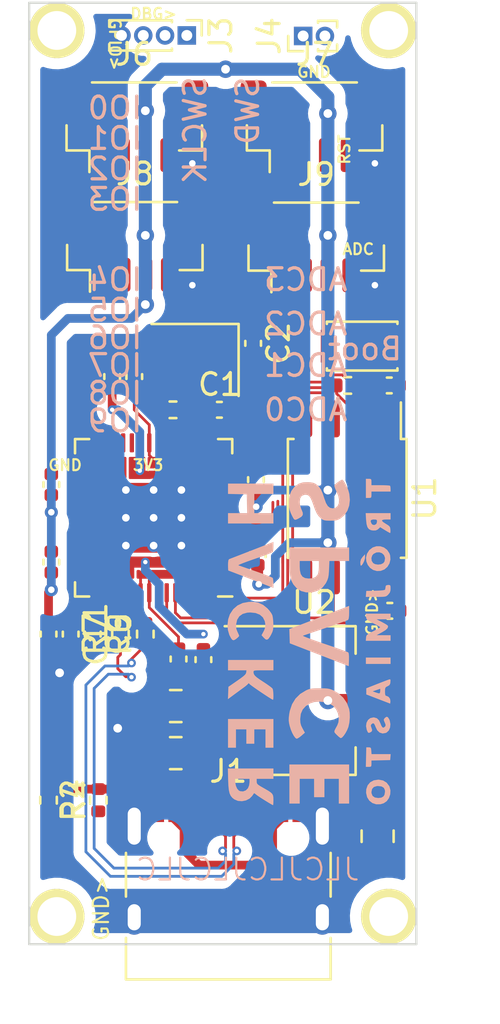
<source format=kicad_pcb>
(kicad_pcb (version 20211014) (generator pcbnew)
  (title_block (date "jeu. 02 avril 2015"))
  (layers (0 "F.Cu" signal "Górna sygnałowa") (31 "B.Cu" signal "Dolna sygnałowa") (34 "B.Paste" user "Dolna pasty") (35 "F.Paste" user "Górna pasty") (36 "B.SilkS" user "B.Silkscreen") (37 "F.SilkS" user "F.Silkscreen") (38 "B.Mask" user "Dolna sodermaski") (39 "F.Mask" user "Górna soldermaski") (44 "Edge.Cuts" user "Krawędziowa"))
  (net 0 "")
  (net 1 "GND")
  (net 5 "+3V3")
  (net 7 "/XIN")
  (net 8 "VBUS")
  (net 9 "+1V1")
  (net 10 "/~{USB_BOOT}")
  (net 11 "/USB_D+")
  (net 12 "/USB_D-")
  (net 13 "/GPIO0")
  (net 14 "/GPIO1")
  (net 15 "/GPIO4")
  (net 16 "/GPIO5")
  (net 17 "/GPIO6")
  (net 18 "/GPIO7")
  (net 19 "/GPIO8")
  (net 20 "/GPIO9")
  (net 21 "/GPIO10")
  (net 22 "/GPIO11")
  (net 23 "/GPIO12")
  (net 24 "/GPIO13")
  (net 25 "/GPIO14")
  (net 26 "/GPIO29_ADC3")
  (net 27 "/GPIO28_ADC2")
  (net 28 "/GPIO27_ADC1")
  (net 29 "/GPIO26_ADC0")
  (net 30 "/GPIO25")
  (net 31 "/GPIO24")
  (net 32 "/GPIO23")
  (net 33 "/GPIO22")
  (net 34 "/GPIO21")
  (net 35 "/GPIO20")
  (net 36 "/GPIO19")
  (net 37 "/GPIO18")
  (net 38 "/GPIO17")
  (net 39 "/RUN")
  (net 40 "/SWD")
  (net 41 "/SWCLK")
  (net 42 "/QSPI_SS")
  (net 43 "/XOUT")
  (net 44 "Net-(J1-PadA5)")
  (net 45 "/QSPI_SD1")
  (net 46 "/QSPI_SD2")
  (net 47 "/QSPI_SD0")
  (net 48 "/QSPI_SCLK")
  (net 49 "/QSPI_SD3")
  (net 50 "Net-(C2-Pad1)")
  (net 51 "Net-(J1-PadB5)")
  (net 52 "/GPIO15")
  (net 53 "/GPIO16")
  (net 54 "Net-(R6-Pad2)")
  (net 55 "Net-(R7-Pad2)")
  (net 58 "/GPIO3")
  (net 59 "/GPIO2")
  (footprint "Socket_Arduino_Nano:1pin_Nano" (layer "F.Cu") (at 139.446 68.707)
    (fp_text reference "P3" hide)
    (fp_text value "CONN_01X01" hide)
  )
  (footprint "Socket_Arduino_Nano:1pin_Nano" (layer "F.Cu") (at 139.446 109.347)
    (fp_text reference "P4" hide)
    (fp_text value "CONN_01X01" hide)
  )
  (footprint "Socket_Arduino_Nano:1pin_Nano" (layer "F.Cu") (at 154.686 109.347)
    (fp_text reference "P5" hide)
    (fp_text value "CONN_01X01" hide)
  )
  (footprint "Socket_Arduino_Nano:1pin_Nano" (layer "F.Cu") (at 154.686 68.707)
    (fp_text reference "P6" hide)
    (fp_text value "CONN_01X01" hide)
  )
  (footprint "Capacitor_SMD:C_0402_1005Metric" (layer "F.Cu") (at 148.675 92.75 90)
    (fp_text reference "C15" hide)
    (fp_text value "100n")
  )
  (footprint "Button_Switch_SMD:SW_SPST_CK_KXT3" (layer "F.Cu") (at 153.4668 83.185 180)
    (fp_text reference "SW1" hide)
    (fp_text value "Boot")
  )
  (footprint "Capacitor_SMD:C_0402_1005Metric" (layer "F.Cu") (at 145.034 97.536 -90)
    (fp_text reference "C16" hide)
    (fp_text value "100n")
  )
  (footprint "Capacitor_SMD:C_0402_1005Metric" (layer "F.Cu") (at 148.461 83.058 -90)
    (fp_text reference "C2")
    (fp_text value "27p")
  )
  (footprint "Connector_PinHeader_1.00mm:PinHeader_1x02_P1.00mm_Vertical" (layer "F.Cu") (at 150.757 68.961 90)
    (fp_text reference "J4")
    (fp_text value "LED")
  )
  (footprint "Capacitor_SMD:C_0402_1005Metric" (layer "F.Cu") (at 146.911 86.106)
    (fp_text reference "C1")
    (fp_text value "27p")
  )
  (footprint "Resistor_SMD:R_0402_1005Metric" (layer "F.Cu") (at 144.78 86.106)
    (fp_text reference "R5" hide)
    (fp_text value "1k")
  )
  (footprint "Capacitor_SMD:C_0402_1005Metric" (layer "F.Cu") (at 141.097 96.393 -90)
    (fp_text reference "C9")
    (fp_text value "1u")
  )
  (footprint "Connector_JST:JST_SH_BM04B-SRSS-TB_1x04-1MP_P1.00mm_Vertical" (layer "F.Cu") (at 151.3586 78.613)
    (fp_text reference "J9")
    (fp_text value "CONN_01x04")
  )
  (footprint "Capacitor_SMD:C_0402_1005Metric" (layer "F.Cu") (at 139.192 89.535 90)
    (fp_text reference "C12" hide)
    (fp_text value "100n")
  )
  (footprint "Capacitor_SMD:C_0402_1005Metric" (layer "F.Cu") (at 139.192 93.091 90)
    (fp_text reference "C10" hide)
    (fp_text value "100n")
  )
  (footprint "Connector_JST:JST_SH_BM04B-SRSS-TB_1x04-1MP_P1.00mm_Vertical" (layer "F.Cu") (at 143.002 73.1012)
    (property "Reference" "J6")
    (property "Value" "CONN_01x04")
    (fp_text reference "J6")
    (fp_text value "CONN_01x04")
  )
  (footprint "Capacitor_SMD:C_0402_1005Metric" (layer "F.Cu") (at 154.7114 84.9884)
    (fp_text reference "R1" hide)
    (fp_text value "1k")
  )
  (footprint "Connector_USB:USB_C_Receptacle_HRO_TYPE-C-31-M-12" (layer "F.Cu") (at 147.32 108.331)
    (property "Reference" "J1")
    (property "Value" "USB_C_Receptacle_USB2.0")
    (fp_text reference "J1")
    (fp_text value "USB_C_Receptacle_USB2.0")
  )
  (footprint "Connector_PinHeader_1.00mm:PinHeader_1x04_P1.00mm_Vertical" (layer "F.Cu") (at 145.415 68.9356 -90)
    (fp_text reference "J3")
    (fp_text value "DBG")
  )
  (footprint "Capacitor_SMD:C_0402_1005Metric" (layer "F.Cu") (at 148.59 89.309 90)
    (fp_text reference "C14" hide)
    (fp_text value "100n")
  )
  (footprint "Capacitor_SMD:C_0402_1005Metric" (layer "F.Cu") (at 140.081 96.393 -90)
    (fp_text reference "C11")
    (fp_text value "1u")
  )
  (footprint "Capacitor_SMD:C_0402_1005Metric" (layer "F.Cu") (at 139.065 96.393 -90)
    (fp_text reference "C17" hide)
    (fp_text value "100n")
  )
  (footprint "Capacitor_SMD:C_0805_2012Metric" (layer "F.Cu") (at 144.907 99.695 180)
    (fp_text reference "C6" hide)
    (fp_text value "10u")
  )
  (footprint "Resistor_SMD:R_0402_1005Metric" (layer "F.Cu") (at 143.51 96.393 90)
    (fp_text reference "R6")
    (fp_text value "27")
  )
  (footprint "LOGO" (layer "F.Cu") (at 151.003 96.774 90)
    (fp_text reference "G2" hide)
    (fp_text value "LOGO" hide)
  )
  (footprint "Connector_JST:JST_SH_BM04B-SRSS-TB_1x04-1MP_P1.00mm_Vertical" (layer "F.Cu") (at 151.2824 73.1012)
    (fp_text reference "J7")
    (fp_text value "CONN_01x04")
  )
  (footprint "Capacitor_SMD:C_0805_2012Metric" (layer "F.Cu") (at 154.178 105.664 -90)
    (fp_text reference "C5" hide)
    (fp_text value "10u")
  )
  (footprint "Resistor_SMD:R_0402_1005Metric" (layer "F.Cu") (at 152.8044 84.9884 180)
    (fp_text reference "R3" hide)
    (fp_text value "10k")
  )
  (footprint "Capacitor_SMD:C_0402_1005Metric" (layer "F.Cu") (at 141.986 84.582 90)
    (fp_text reference "C8" hide)
    (fp_text value "100n")
  )
  (footprint "Package_TO_SOT_SMD:SOT-223-3_TabPin2" (layer "F.Cu") (at 151.257 99.441)
    (fp_text reference "U2")
    (fp_text value "NCP1117-3.3_SOT223")
  )
  (footprint "Connector_JST:JST_SH_BM04B-SRSS-TB_1x04-1MP_P1.00mm_Vertical" (layer "F.Cu") (at 143.0274 78.5876)
    (fp_text reference "J8")
    (fp_text value "CONN_01x04")
  )
  (footprint "Package_SO:SOIC-8_5.23x5.23mm_P1.27mm" (layer "F.Cu") (at 152.781 90.17 -90)
    (fp_text reference "U1")
    (fp_text value "W25Q128JVS")
  )
  (footprint "Resistor_SMD:R_0402_1005Metric" (layer "F.Cu") (at 142.367 96.393 90)
    (fp_text reference "R7")
    (fp_text value "27")
  )
  (footprint "Capacitor_SMD:C_0402_1005Metric" (layer "F.Cu") (at 146.177 97.564 -90)
    (fp_text reference "C7" hide)
    (fp_text value "100n")
  )
  (footprint "RP2040:RP2040-QFN-56" (layer "F.Cu") (at 143.891 91.059 180)
    (fp_text reference "U3" hide)
    (fp_text value "RP2040")
  )
  (footprint "Resistor_SMD:R_0402_1005Metric" (layer "F.Cu") (at 139.065 104.011 -90)
    (property "Reference" "R4")
    (property "Value" "5.1k")
    (fp_text reference "R4")
    (fp_text value "5.1k")
  )
  (footprint "Capacitor_SMD:C_0402_1005Metric" (layer "F.Cu") (at 154.7368 95.3262 180)
    (fp_text reference "C4" hide)
    (fp_text value "100n")
  )
  (footprint "Crystal:Crystal_SMD_3225-4Pin_3.2x2.5mm" (layer "F.Cu") (at 145.794 83.82 180)
    (fp_text reference "XTAL1" hide)
    (fp_text value "XRCGB27M120F3M00R0")
  )
  (footprint "Capacitor_SMD:C_0805_2012Metric" (layer "F.Cu") (at 144.907 101.854 180)
    (fp_text reference "C3" hide)
    (fp_text value "10u")
  )
  (footprint "Capacitor_SMD:C_0402_1005Metric" (layer "F.Cu") (at 143.002 84.582 90)
    (fp_text reference "C13" hide)
    (fp_text value "100n")
  )
  (footprint "Resistor_SMD:R_0402_1005Metric" (layer "F.Cu") (at 141.351 104.013 90)
    (property "Reference" "R2")
    (property "Value" "5.1k")
    (fp_text reference "R2")
    (fp_text value "5.1k")
  )
  (gr_line (start 138.176 110.617) (end 155.956 110.617) (layer "Edge.Cuts") (width 0.1))
  (gr_line (start 155.956 67.437) (end 138.176 67.437) (layer "Edge.Cuts") (width 0.1))
  (gr_line (start 155.956 110.617) (end 155.956 67.437) (layer "Edge.Cuts") (width 0.1))
  (gr_line (start 138.176 67.437) (end 138.176 110.617) (layer "Edge.Cuts") (width 0.1))
  (gr_text "IO7" (at 142.113 84.074) (layer "B.SilkS") (effects (font (size 1 1)) (justify mirror)))
  (gr_text "IO9" (at 142.113 86.614) (layer "B.SilkS") (effects (font (size 1 1)) (justify mirror)))
  (gr_text "IO3" (at 142.113 76.454) (layer "B.SilkS") (effects (font (size 1 1)) (justify mirror)))
  (gr_text "IO5" (at 142.113 81.534) (layer "B.SilkS") (effects (font (size 1 1)) (justify mirror)))
  (gr_text "IO6" (at 142.113 82.804) (layer "B.SilkS") (effects (font (size 1 1)) (justify mirror)))
  (gr_text "JLCJLCJLCJLC" (at 148.209 107.188) (layer "B.SilkS") (effects (font (size 1 1) (thickness 0.1)) (justify mirror)))
  (gr_text "SWCLK" (at 145.796 73.279 90) (layer "B.SilkS") (effects (font (size 1 1)) (justify mirror)))
  (gr_text "ADC0" (at 150.876 86.106) (layer "B.SilkS") (effects (font (size 1 1)) (justify mirror)))
  (gr_text "ADC2" (at 150.876 82.169) (layer "B.SilkS") (effects (font (size 1 1)) (justify mirror)))
  (gr_text "IO4\n" (at 142.113 80.137) (layer "B.SilkS") (effects (font (size 1 1)) (justify mirror)))
  (gr_text "SWD" (at 148.209 72.39 90) (layer "B.SilkS") (effects (font (size 1 1)) (justify mirror)))
  (gr_text "ADC3" (at 150.876 80.137) (layer "B.SilkS") (effects (font (size 1 1)) (justify mirror)))
  (gr_text "ADC1" (at 150.876 84.074) (layer "B.SilkS") (effects (font (size 1 1)) (justify mirror)))
  (gr_text "IO0" (at 142.113 72.263) (layer "B.SilkS") (effects (font (size 1 1)) (justify mirror)))
  (gr_text "IO2" (at 142.113 75.057) (layer "B.SilkS") (effects (font (size 1 1)) (justify mirror)))
  (gr_text "IO8" (at 142.113 85.344) (layer "B.SilkS") (effects (font (size 1 1)) (justify mirror)))
  (gr_text "IO1" (at 142.113 73.66) (layer "B.SilkS") (effects (font (size 1 1)) (justify mirror)))
  (gr_text "GND" (at 139.827 88.646) (layer "F.SilkS") (effects (font (size 0.5 0.5) (thickness 0.1))))
  (gr_text "GND>" (at 141.478 108.966 90) (layer "F.SilkS") (effects (font (size 0.7 0.7) (thickness 0.1))))
  (gr_text "DBG>" (at 143.891 67.945) (layer "F.SilkS") (effects (font (size 0.5 0.5) (thickness 0.1))))
  (gr_text "GND" (at 151.257 70.612) (layer "F.SilkS") (effects (font (size 0.5 0.5) (thickness 0.1))))
  (gr_text "ADC" (at 153.289 78.74) (layer "F.SilkS") (effects (font (size 0.5 0.5) (thickness 0.1))))
  (gr_text "3V3" (at 143.637 88.646) (layer "F.SilkS") (effects (font (size 0.5 0.5) (thickness 0.1))))
  (gr_text "GND>" (at 153.924 95.377 90) (layer "F.SilkS") (effects (font (size 0.5 0.5) (thickness 0.1))))
  (gr_text "GPIO>" (at 142.113 69.342 270) (layer "F.SilkS") (effects (font (size 0.5 0.5) (thickness 0.1))))
  (gr_text "RST" (at 152.654 74.168 90) (layer "F.SilkS") (effects (font (size 0.5 0.5) (thickness 0.1))))
  (segment (start 139.065 96.873) (end 139.065 97.663) (width 0.4) (layer "F.Cu") (net 1))
  (segment (start 143.915 104.286) (end 143 105.201) (width 0.4) (layer "F.Cu") (net 1))
  (segment (start 142.619 103.503) (end 143.002 103.886) (width 0.4) (layer "F.Cu") (net 1))
  (segment (start 145.669 80.391) (end 145.0058 80.391) (width 0.4) (layer "F.Cu") (net 1))
  (segment (start 153.1592 74.803) (end 152.7824 74.4262) (width 0.4) (layer "F.Cu") (net 1))
  (segment (start 145.669 74.803) (end 144.8788 74.803) (width 0.4) (layer "F.Cu") (net 1))
  (segment (start 145.0058 80.391) (end 144.5274 79.9126) (width 0.4) (layer "F.Cu") (net 1))
  (segment (start 143.002 103.886) (end 143.002 105.199) (width 0.4) (layer "F.Cu") (net 1))
  (segment (start 142.875 101.854) (end 143.957 101.854) (width 0.6) (layer "F.Cu") (net 1))
  (segment (start 139.065 97.663) (end 139.573 98.171) (width 0.4) (layer "F.Cu") (net 1))
  (segment (start 142.875 99.695) (end 142.367 100.203) (width 0.6) (layer "F.Cu") (net 1))
  (segment (start 150.725 104.286) (end 151.64 105.201) (width 0.4) (layer "F.Cu") (net 1))
  (segment (start 139.065 96.873) (end 141.097 96.873) (width 0.4) (layer "F.Cu") (net 1))
  (segment (start 153.3116 80.391) (end 152.8586 79.938) (width 0.4) (layer "F.Cu") (net 1))
  (segment (start 144.8788 74.803) (end 144.502 74.4262) (width 0.4) (layer "F.Cu") (net 1))
  (segment (start 144.07 101.713) (end 143.957 101.6) (width 0.35) (layer "F.Cu") (net 1))
  (segment (start 143.957 99.695) (end 142.875 99.695) (width 0.6) (layer "F.Cu") (net 1))
  (segment (start 144.07 104.286) (end 143.915 104.286) (width 0.4) (layer "F.Cu") (net 1))
  (segment (start 142.24 100.33) (end 142.24 100.711) (width 0.6) (layer "F.Cu") (net 1))
  (segment (start 139.067 103.503) (end 139.065 103.501) (width 0.35) (layer "F.Cu") (net 1))
  (segment (start 143.002 105.199) (end 143 105.201) (width 0.35) (layer "F.Cu") (net 1))
  (segment (start 141.351 103.503) (end 139.067 103.503) (width 0.4) (layer "F.Cu") (net 1))
  (segment (start 142.24 100.711) (end 142.24 101.219) (width 0.6) (layer "F.Cu") (net 1))
  (segment (start 141.351 103.503) (end 142.619 103.503) (width 0.4) (layer "F.Cu") (net 1))
  (segment (start 142.24 101.219) (end 142.875 101.854) (width 0.6) (layer "F.Cu") (net 1))
  (segment (start 150.57 104.286) (end 150.725 104.286) (width 0.4) (layer "F.Cu") (net 1))
  (segment (start 154.051 80.391) (end 153.3116 80.391) (width 0.4) (layer "F.Cu") (net 1))
  (segment (start 142.367 100.203) (end 142.24 100.33) (width 0.6) (layer "F.Cu") (net 1))
  (segment (start 154.051 74.803) (end 153.1592 74.803) (width 0.4) (layer "F.Cu") (net 1))
  (via (at 154.051 74.803) (size 0.6) (drill 0.3) (layers "F.Cu" "B.Cu") (net 1))
  (via (at 154.051 80.391) (size 0.6) (drill 0.3) (layers "F.Cu" "B.Cu") (net 1))
  (via (at 142.24 100.711) (size 0.8) (drill 0.4) (layers "F.Cu" "B.Cu") (net 1))
  (via (at 145.669 80.391) (size 0.6) (drill 0.3) (layers "F.Cu" "B.Cu") (net 1))
  (via (at 145.669 74.803) (size 0.6) (drill 0.3) (layers "F.Cu" "B.Cu") (net 1))
  (via (at 139.573 98.171) (size 0.8) (drill 0.4) (layers "F.Cu" "B.Cu") (net 1))
  (segment (start 151.892 78.105) (end 151.892 79.9046) (width 0.4) (layer "F.Cu") (net 5))
  (segment (start 145.857 99.695) (end 147.853 99.695) (width 0.6) (layer "F.Cu") (net 5))
  (segment (start 139.065 95.913) (end 140.081 95.913) (width 0.4) (layer "F.Cu") (net 5))
  (segment (start 143.51 74.4182) (end 143.502 74.4262) (width 0.4) (layer "F.Cu") (net 5))
  (segment (start 141.691 93.812) (end 141.605 93.726) (width 0.127) (layer "F.Cu") (net 5))
  (segment (start 143.691 88.192) (end 143.891 88.392) (width 0.127) (layer "F.Cu") (net 5))
  (segment (start 147.3285 93.659) (end 146.618 93.659) (width 0.127) (layer "F.Cu") (net 5))
  (segment (start 143.51 78.105) (end 143.51 79.8952) (width 0.4) (layer "F.Cu") (net 5))
  (segment (start 143.691 87.6215) (end 143.691 86.795) (width 0.127) (layer "F.Cu") (net 5))
  (segment (start 141.291 93.793) (end 141.157 93.659) (width 0.127) (layer "F.Cu") (net 5))
  (segment (start 143.291 93.818) (end 143.383 93.726) (width 0.127) (layer "F.Cu") (net 5))
  (segment (start 148.717 93.272) (end 148.675 93.23) (width 0.4) (layer "F.Cu") (net 5))
  (segment (start 139.192 94.361) (end 139.192 93.571) (width 0.4) (layer "F.Cu") (net 5))
  (segment (start 146.701 90.059) (end 146.558 89.916) (width 0.127) (layer "F.Cu") (net 5))
  (segment (start 143.51 79.8952) (end 143.5274 79.9126) (width 0.4) (layer "F.Cu") (net 5))
  (segment (start 143.691 86.795) (end 143.002 86.106) (width 0.127) (layer "F.Cu") (net 5))
  (segment (start 139.065 94.488) (end 139.192 94.361) (width 0.4) (layer "F.Cu") (net 5))
  (segment (start 141.113 90.059) (end 141.224 90.17) (width 0.127) (layer "F.Cu") (net 5))
  (segment (start 147.98 99.06) (end 148.107 99.187) (width 0.35) (layer "F.Cu") (net 5))
  (segment (start 146.618 93.659) (end 146.558 93.599) (width 0.127) (layer "F.Cu") (net 5))
  (segment (start 143.691 93.799) (end 143.764 93.726) (width 0.127) (layer "F.Cu") (net 5))
  (segment (start 148.6 89.799) (end 148.59 89.789) (width 0.4) (layer "F.Cu") (net 5))
  (segment (start 143.891 88.392) (end 144.018 88.392) (width 0.127) (layer "F.Cu") (net 5))
  (segment (start 151.892 79.9046) (end 151.8586 79.938) (width 0.4) (layer "F.Cu") (net 5))
  (segment (start 143.291 94.4965) (end 143.291 93.818) (width 0.127) (layer "F.Cu") (net 5))
  (segment (start 143.691 95.177) (end 145.034 96.52) (width 0.127) (layer "F.Cu") (net 5))
  (segment (start 141.157 93.659) (end 140.4535 93.659) (width 0.127) (layer "F.Cu") (net 5))
  (segment (start 139.065 95.913) (end 139.065 94.488) (width 0.4) (layer "F.Cu") (net 5))
  (segment (start 148.717 94.107) (end 148.717 93.272) (width 0.4) (layer "F.Cu") (net 5))
  (segment (start 140.4535 90.059) (end 141.113 90.059) (width 0.127) (layer "F.Cu") (net 5))
  (segment (start 148.6 90.55) (end 148.6 89.799) (width 0.4) (layer "F.Cu") (net 5))
  (segment (start 154.407 99.441) (end 151.892 99.441) (width 0.6) (layer "F.Cu") (net 5))
  (segment (start 151.892 74.3166) (end 151.7824 74.4262) (width 0.4) (layer "F.Cu") (net 5))
  (segment (start 147.853 99.695) (end 148.107 99.441) (width 0.6) (layer "F.Cu") (net 5))
  (segment (start 145.034 96.52) (end 145.034 97.056) (width 0.127) (layer "F.Cu") (net 5))
  (segment (start 143.691 87.6215) (end 143.691 88.192) (width 0.127) (layer "F.Cu") (net 5))
  (segment (start 143.002 86.106) (end 143.002 85.062) (width 0.127) (layer "F.Cu") (net 5))
  (segment (start 139.192 90.805) (end 139.192 90.015) (width 0.4) (layer "F.Cu") (net 5))
  (segment (start 143.691 94.4965) (end 143.691 95.177) (width 0.127) (layer "F.Cu") (net 5))
  (segment (start 143.691 94.4965) (end 143.691 93.799) (width 0.127) (layer "F.Cu") (net 5))
  (segment (start 154.407 104.485) (end 154.178 104.714) (width 0.6) (layer "F.Cu") (net 5))
  (segment (start 141.291 94.4965) (end 141.291 93.793) (width 0.127) (layer "F.Cu") (net 5))
  (segment (start 143.51 72.39) (end 143.51 74.4182) (width 0.4) (layer "F.Cu") (net 5))
  (segment (start 147.3285 90.059) (end 146.701 90.059) (width 0.127) (layer "F.Cu") (net 5))
  (segment (start 154.407 99.441) (end 154.407 104.485) (width 0.6) (layer "F.Cu") (net 5))
  (segment (start 151.892 72.517) (end 151.892 74.3166) (width 0.4) (layer "F.Cu") (net 5))
  (segment (start 141.691 94.4965) (end 141.691 93.812) (width 0.127) (layer "F.Cu") (net 5))
  (via (at 151.892 78.105) (size 0.8) (drill 0.4) (layers "F.Cu" "B.Cu") (net 5))
  (via (at 151.892 99.441) (size 0.8) (drill 0.4) (layers "F.Cu" "B.Cu") (net 5))
  (via (at 151.892 72.517) (size 0.8) (drill 0.4) (layers "F.Cu" "B.Cu") (net 5))
  (via (at 143.51 81.28) (size 0.8) (drill 0.4) (layers "F.Cu" "B.Cu") (net 5))
  (via (at 148.717 94.107) (size 0.6) (drill 0.3) (layers "F.Cu" "B.Cu") (net 5))
  (via (at 139.192 94.361) (size 0.6) (drill 0.3) (layers "F.Cu" "B.Cu") (net 5))
  (via (at 151.892 92.202) (size 0.8) (drill 0.4) (layers "F.Cu" "B.Cu") (net 5))
  (via (at 143.51 72.39) (size 0.8) (drill 0.4) (layers "F.Cu" "B.Cu") (net 5))
  (via (at 143.51 78.105) (size 0.8) (drill 0.4) (layers "F.Cu" "B.Cu") (net 5))
  (via (at 151.892 89.789) (size 0.8) (drill 0.4) (layers "F.Cu" "B.Cu") (net 5))
  (via (at 147.193 70.485) (size 0.8) (drill 0.4) (layers "F.Cu" "B.Cu") (net 5))
  (via (at 148.6 90.55) (size 0.6) (drill 0.3) (layers "F.Cu" "B.Cu") (net 5))
  (via (at 139.192 90.805) (size 0.6) (drill 0.3) (layers "F.Cu" "B.Cu") (net 5))
  (segment (start 139.192 94.361) (end 139.192 82.677) (width 0.4) (layer "B.Cu") (net 5))
  (segment (start 151.892 72.517) (end 151.892 71.755) (width 0.6) (layer "B.Cu") (net 5))
  (segment (start 139.954 81.915) (end 142.875 81.915) (width 0.4) (layer "B.Cu") (net 5))
  (segment (start 149.236 89.789) (end 151.892 89.789) (width 0.4) (layer "B.Cu") (net 5))
  (segment (start 142.875 81.915) (end 143.51 81.28) (width 0.4) (layer "B.Cu") (net 5))
  (segment (start 148.717 94.107) (end 149.098 94.107) (width 0.4) (layer "B.Cu") (net 5))
  (segment (start 147.193 70.485) (end 144.272 70.485) (width 0.6) (layer "B.Cu") (net 5))
  (segment (start 143.51 78.105) (end 143.51 81.28) (width 0.6) (layer "B.Cu") (net 5))
  (segment (start 148.6 90.55) (end 149.236 89.789) (width 0.4) (layer "B.Cu") (net 5))
  (segment (start 143.51 71.247) (end 143.51 72.39) (width 0.6) (layer "B.Cu") (net 5))
  (segment (start 149.479 93.726) (end 149.479 92.837) (width 0.4) (layer "B.Cu") (net 5))
  (segment (start 149.098 94.107) (end 149.479 93.726) (width 0.4) (layer "B.Cu") (net 5))
  (segment (start 143.51 72.39) (end 143.51 78.105) (width 0.6) (layer "B.Cu") (net 5))
  (segment (start 144.272 70.485) (end 143.51 71.247) (width 0.6) (layer "B.Cu") (net 5))
  (segment (start 150.114 92.202) (end 151.892 92.202) (width 0.4) (layer "B.Cu") (net 5))
  (segment (start 149.479 92.837) (end 150.114 92.202) (width 0.4) (layer "B.Cu") (net 5))
  (segment (start 151.892 71.755) (end 150.622 70.485) (width 0.6) (layer "B.Cu") (net 5))
  (segment (start 139.192 82.677) (end 139.954 81.915) (width 0.4) (layer "B.Cu") (net 5))
  (segment (start 150.622 70.485) (end 147.193 70.485) (width 0.6) (layer "B.Cu") (net 5))
  (segment (start 151.892 99.441) (end 151.892 89.789) (width 0.6) (layer "B.Cu") (net 5))
  (segment (start 151.892 78.105) (end 151.892 72.517) (width 0.6) (layer "B.Cu") (net 5))
  (segment (start 151.892 89.789) (end 151.892 78.105) (width 0.6) (layer "B.Cu") (net 5))
  (segment (start 145.923 101.534) (end 145.857 101.6) (width 0.35) (layer "F.Cu") (net 8))
  (segment (start 145.288 105.311) (end 144.87 104.893) (width 0.4) (layer "F.Cu") (net 8))
  (segment (start 144.87 104.893) (end 144.87 104.286) (width 0.4) (layer "F.Cu") (net 8))
  (segment (start 149.354999 105.286) (end 149.354999 106.423001) (width 0.4) (layer "F.Cu") (net 8))
  (segment (start 145.97 101.741) (end 145.857 101.854) (width 0.6) (layer "F.Cu") (net 8))
  (segment (start 145.97 101.487) (end 145.857 101.6) (width 0.35) (layer "F.Cu") (net 8))
  (segment (start 148.78936 106.98864) (end 145.97764 106.98864) (width 0.4) (layer "F.Cu") (net 8))
  (segment (start 148.107 101.741) (end 145.97 101.741) (width 0.6) (layer "F.Cu") (net 8))
  (segment (start 149.77 104.870999) (end 149.354999 105.286) (width 0.35) (layer "F.Cu") (net 8))
  (segment (start 145.288 106.299) (end 145.288 105.311) (width 0.4) (layer "F.Cu") (net 8))
  (segment (start 149.77 104.286) (end 149.77 104.870999) (width 0.35) (layer "F.Cu") (net 8))
  (segment (start 145.97764 106.98864) (end 145.288 106.299) (width 0.4) (layer "F.Cu") (net 8))
  (segment (start 149.354999 106.423001) (end 148.78936 106.98864) (width 0.4) (layer "F.Cu") (net 8))
  (segment (start 141.986 86.106) (end 141.986 85.062) (width 0.4) (layer "F.Cu") (net 9))
  (segment (start 143.291 87.6215) (end 143.291 88.427) (width 0.127) (layer "F.Cu") (net 9))
  (segment (start 142.091 94.4965) (end 142.091 93.875) (width 0.127) (layer "F.Cu") (net 9))
  (segment (start 144.091 95.255974) (end 145.228026 96.393) (width 0.127) (layer "F.Cu") (net 9))
  (segment (start 145.228026 96.393) (end 146.177 96.393) (width 0.127) (layer "F.Cu") (net 9))
  (segment (start 142.091 93.875) (end 142.24 93.726) (width 0.127) (layer "F.Cu") (net 9))
  (segment (start 144.091 94.4965) (end 144.091 95.255974) (width 0.127) (layer "F.Cu") (net 9))
  (via (at 141.986 86.106) (size 0.4) (drill 0.2) (layers "F.Cu" "B.Cu") (net 9))
  (via (at 146.177 96.393) (size 0.4) (drill 0.2) (layers "F.Cu" "B.Cu") (net 9))
  (via (at 143.51 93.091) (size 0.4) (drill 0.2) (layers "F.Cu" "B.Cu") (net 9))
  (via (at 143.256 88.9) (size 0.4) (drill 0.2) (layers "F.Cu" "B.Cu") (net 9))
  (segment (start 143.256 88.9) (end 143.256 87.122) (width 0.4) (layer "B.Cu") (net 9))
  (segment (start 145.415 96.393) (end 146.177 96.393) (width 0.4) (layer "B.Cu") (net 9))
  (segment (start 144.145 95.123) (end 145.415 96.393) (width 0.4) (layer "B.Cu") (net 9))
  (segment (start 143.51 93.472) (end 144.145 94.107) (width 0.4) (layer "B.Cu") (net 9))
  (segment (start 143.51 93.091) (end 143.51 93.472) (width 0.4) (layer "B.Cu") (net 9))
  (segment (start 142.24 86.106) (end 141.986 86.106) (width 0.4) (layer "B.Cu") (net 9))
  (segment (start 143.256 87.122) (end 142.24 86.106) (width 0.4) (layer "B.Cu") (net 9))
  (segment (start 144.145 94.107) (end 144.145 95.123) (width 0.4) (layer "B.Cu") (net 9))
  (segment (start 152.527 84.2779) (end 155.0169 84.2779) (width 0.127) (layer "F.Cu") (net 10))
  (segment (start 151.8418 84.1508) (end 151.892 84.201) (width 0.127) (layer "F.Cu") (net 10))
  (segment (start 151.8418 83.185) (end 151.8418 84.1508) (width 0.127) (layer "F.Cu") (net 10))
  (segment (start 155.0169 84.2779) (end 155.194 84.455) (width 0.127) (layer "F.Cu") (net 10))
  (segment (start 155.194 84.455) (end 155.194 84.9858) (width 0.127) (layer "F.Cu") (net 10))
  (segment (start 155.194 84.9858) (end 155.194 84.709) (width 0.127) (layer "F.Cu") (net 10))
  (segment (start 155.194 84.9858) (end 155.1914 84.9884) (width 0.127) (layer "F.Cu") (net 10))
  (segment (start 151.892 84.201) (end 151.9689 84.2779) (width 0.127) (layer "F.Cu") (net 10))
  (segment (start 151.9689 84.2779) (end 152.527 84.2779) (width 0.127) (layer "F.Cu") (net 10))
  (segment (start 148.082 104.274) (end 148.07 104.286) (width 0.127) (layer "F.Cu") (net 11))
  (segment (start 148.07 104.286) (end 148.07 105.168) (width 0.127) (layer "F.Cu") (net 11))
  (segment (start 147.955 103.251) (end 148.07 103.366) (width 0.127) (layer "F.Cu") (net 11))
  (segment (start 148.07 103.366) (end 148.07 104.286) (width 0.127) (layer "F.Cu") (net 11))
  (segment (start 147.7085 106.33864) (end 147.572001 106.202141) (width 0.127) (layer "F.Cu") (net 11))
  (segment (start 147.572001 106.202141) (end 147.572001 105.665999) (width 0.127) (layer "F.Cu") (net 11))
  (segment (start 147.07 104.286) (end 147.07 103.374) (width 0.127) (layer "F.Cu") (net 11))
  (segment (start 147.572001 105.665999) (end 148.07 105.168) (width 0.127) (layer "F.Cu") (net 11))
  (segment (start 142.744 97.704841) (end 142.744 97.669) (width 0.127) (layer "F.Cu") (net 11))
  (segment (start 142.758159 97.719) (end 142.744 97.704841) (width 0.127) (layer "F.Cu") (net 11))
  (segment (start 142.875 97.719) (end 142.758159 97.719) (width 0.127) (layer "F.Cu") (net 11))
  (segment (start 147.193 103.251) (end 147.955 103.251) (width 0.127) (layer "F.Cu") (net 11))
  (segment (start 147.07 103.374) (end 147.193 103.251) (width 0.127) (layer "F.Cu") (net 11))
  (segment (start 142.744 97.669) (end 143.51 96.903) (width 0.127) (layer "F.Cu") (net 11))
  (via (at 147.7085 106.33864) (size 0.4) (drill 0.2) (layers "F.Cu" "B.Cu") (net 11))
  (via (at 142.875 97.719) (size 0.4) (drill 0.2) (layers "F.Cu" "B.Cu") (net 11))
  (segment (start 140.7815 106.37708) (end 140.7815 98.72792) (width 0.127) (layer "B.Cu") (net 11))
  (segment (start 147.01708 107.5035) (end 141.90792 107.5035) (width 0.127) (layer "B.Cu") (net 11))
  (segment (start 147.572001 106.475139) (end 147.572001 106.948579) (width 0.127) (layer "B.Cu") (net 11))
  (segment (start 147.572001 106.948579) (end 147.01708 107.5035) (width 0.127) (layer "B.Cu") (net 11))
  (segment (start 147.7085 106.33864) (end 147.572001 106.475139) (width 0.127) (layer "B.Cu") (net 11))
  (segment (start 142.738501 97.855499) (end 142.875 97.719) (width 0.127) (layer "B.Cu") (net 11))
  (segment (start 141.653921 97.855499) (end 142.738501 97.855499) (width 0.127) (layer "B.Cu") (net 11))
  (segment (start 141.90792 107.5035) (end 140.7815 106.37708) (width 0.127) (layer "B.Cu") (net 11))
  (segment (start 140.7815 98.72792) (end 141.653921 97.855499) (width 0.127) (layer "B.Cu") (net 11))
  (segment (start 147.066 105.537) (end 147.194999 105.665999) (width 0.127) (layer "F.Cu") (net 12))
  (segment (start 147.193 105.667998) (end 147.193 106.20414) (width 0.127) (layer "F.Cu") (net 12))
  (segment (start 142.855 98.349) (end 142.614045 98.349) (width 0.127) (layer "F.Cu") (net 12))
  (segment (start 147.066 105.41) (end 147.066 105.537) (width 0.127) (layer "F.Cu") (net 12))
  (segment (start 147.066 105.41) (end 147.57 104.906) (width 0.127) (layer "F.Cu") (net 12))
  (segment (start 142.875 98.369) (end 142.855 98.349) (width 0.127) (layer "F.Cu") (net 12))
  (segment (start 147.194999 105.665999) (end 147.193 105.667998) (width 0.127) (layer "F.Cu") (net 12))
  (segment (start 147.193 106.20414) (end 147.0585 106.33864) (width 0.127) (layer "F.Cu") (net 12))
  (segment (start 142.614045 98.349) (end 142.245 97.979955) (width 0.127) (layer "F.Cu") (net 12))
  (segment (start 142.245 97.979955) (end 142.245 97.458045) (width 0.127) (layer "F.Cu") (net 12))
  (segment (start 142.367 97.336045) (end 142.367 96.903) (width 0.127) (layer "F.Cu") (net 12))
  (segment (start 142.245 97.458045) (end 142.367 97.336045) (width 0.127) (layer "F.Cu") (net 12))
  (segment (start 146.57 104.914) (end 147.066 105.41) (width 0.127) (layer "F.Cu") (net 12))
  (via (at 147.0585 106.33864) (size 0.4) (drill 0.2) (layers "F.Cu" "B.Cu") (net 12))
  (via (at 142.875 98.369) (size 0.4) (drill 0.2) (layers "F.Cu" "B.Cu") (net 12))
  (segment (start 146.86092 107.1265) (end 142.06408 107.1265) (width 0.127) (layer "B.Cu") (net 12))
  (segment (start 147.194999 106.475139) (end 147.194999 106.792421) (width 0.127) (layer "B.Cu") (net 12))
  (segment (start 142.06408 107.1265) (end 141.1585 106.22092) (width 0.127) (layer "B.Cu") (net 12))
  (segment (start 141.810079 98.232501) (end 142.738501 98.232501) (width 0.127) (layer "B.Cu") (net 12))
  (segment (start 141.1585 106.22092) (end 141.1585 98.88408) (width 0.127) (layer "B.Cu") (net 12))
  (segment (start 141.1585 98.88408) (end 141.810079 98.232501) (width 0.127) (layer "B.Cu") (net 12))
  (segment (start 147.0585 106.33864) (end 147.194999 106.475139) (width 0.127) (layer "B.Cu") (net 12))
  (segment (start 147.194999 106.792421) (end 146.86092 107.1265) (width 0.127) (layer "B.Cu") (net 12))
  (segment (start 142.738501 98.232501) (end 142.875 98.369) (width 0.127) (layer "B.Cu") (net 12))
  (segment (start 154.2314 85.3974) (end 154.2314 84.9884) (width 0.127) (layer "F.Cu") (net 42))
  (segment (start 154.686 86.57) (end 154.686 85.852) (width 0.127) (layer "F.Cu") (net 42))
  (segment (start 152.2944 84.9884) (end 152.2944 85.3654) (width 0.127) (layer "F.Cu") (net 42))
  (segment (start 154.686 85.852) (end 154.2314 85.3974) (width 0.127) (layer "F.Cu") (net 42))
  (segment (start 154.686 87.376) (end 154.686 86.57) (width 0.127) (layer "F.Cu") (net 42))
  (segment (start 154.432 87.63) (end 154.686 87.376) (width 0.127) (layer "F.Cu") (net 42))
  (segment (start 150.563973 85.090001) (end 152.192799 85.090001) (width 0.127) (layer "F.Cu") (net 42))
  (segment (start 152.781 87.249) (end 153.162 87.63) (width 0.127) (layer "F.Cu") (net 42))
  (segment (start 152.192799 85.090001) (end 152.2944 84.9884) (width 0.127) (layer "F.Cu") (net 42))
  (segment (start 146.491 94.4965) (end 146.491 94.433974) (width 0.127) (layer "F.Cu") (net 42))
  (segment (start 149.882474 94.9715) (end 150.048 94.805974) (width 0.127) (layer "F.Cu") (net 42))
  (segment (start 153.162 87.63) (end 154.432 87.63) (width 0.127) (layer "F.Cu") (net 42))
  (segment (start 146.491 94.929) (end 146.5335 94.9715) (width 0.127) (layer "F.Cu") (net 42))
  (segment (start 146.5335 94.9715) (end 149.882474 94.9715) (width 0.127) (layer "F.Cu") (net 42))
  (segment (start 152.781 85.852) (end 152.781 87.249) (width 0.127) (layer "F.Cu") (net 42))
  (segment (start 150.048001 85.605973) (end 150.563973 85.090001) (width 0.127) (layer "F.Cu") (net 42))
  (segment (start 146.491 94.4965) (end 146.491 94.929) (width 0.127) (layer "F.Cu") (net 42))
  (segment (start 152.2944 85.3654) (end 152.781 85.852) (width 0.127) (layer "F.Cu") (net 42))
  (segment (start 150.048 94.805974) (end 150.048001 85.605973) (width 0.127) (layer "F.Cu") (net 42))
  (segment (start 147.0685 94.7445) (end 149.479 94.742) (width 0.127) (layer "F.Cu") (net 45))
  (segment (start 146.939 94.615) (end 147.0685 94.7445) (width 0.127) (layer "F.Cu") (net 45))
  (segment (start 146.939 94.107) (end 146.939 94.615) (width 0.127) (layer "F.Cu") (net 45))
  (segment (start 149.821 94.679) (end 149.821 92.771004) (width 0.127) (layer "F.Cu") (net 45))
  (segment (start 152.781 84.709) (end 152.781 85.217) (width 0.127) (layer "F.Cu") (net 45))
  (segment (start 146.271 93.886) (end 146.718 93.886) (width 0.127) (layer "F.Cu") (net 45))
  (segment (start 152.781 85.217) (end 153.416 85.852) (width 0.127) (layer "F.Cu") (net 45))
  (segment (start 152.035757 84.5049) (end 152.553043 84.5049) (width 0.127) (layer "F.Cu") (net 45))
  (segment (start 146.091 94.066) (end 146.271 93.886) (width 0.127) (layer "F.Cu") (net 45))
  (segment (start 149.479 94.742) (end 149.758 94.742) (width 0.127) (layer "F.Cu") (net 45))
  (segment (start 149.821 92.771004) (end 149.821002 92.771002) (width 0.127) (layer "F.Cu") (net 45))
  (segment (start 149.821002 93.129998) (end 149.821002 92.771002) (width 0.127) (layer "F.Cu") (net 45))
  (segment (start 149.821002 85.511946) (end 150.496948 84.836) (width 0.127) (layer "F.Cu") (net 45))
  (segment (start 151.704657 84.836) (end 152.035757 84.5049) (width 0.127) (layer "F.Cu") (net 45))
  (segment (start 149.758 94.742) (end 149.821 94.679) (width 0.127) (layer "F.Cu") (net 45))
  (segment (start 153.416 85.852) (end 153.416 86.57) (width 0.127) (layer "F.Cu") (net 45))
  (segment (start 146.718 93.886) (end 146.939 94.107) (width 0.127) (layer "F.Cu") (net 45))
  (segment (start 146.091 94.4965) (end 146.091 94.066) (width 0.127) (layer "F.Cu") (net 45))
  (segment (start 152.553043 84.5049) (end 152.781 84.709) (width 0.127) (layer "F.Cu") (net 45))
  (segment (start 149.821002 92.771002) (end 149.821002 85.511946) (width 0.127) (layer "F.Cu") (net 45))
  (segment (start 150.496948 84.836) (end 151.704657 84.836) (width 0.127) (layer "F.Cu") (net 45))
  (segment (start 150.275 94.9) (end 150.275 85.7) (width 0.127) (layer "F.Cu") (net 46))
  (segment (start 150.65 85.325) (end 151.773 85.325) (width 0.127) (layer "F.Cu") (net 46))
  (segment (start 145.8715 95.1985) (end 149.9765 95.1985) (width 0.127) (layer "F.Cu") (net 46))
  (segment (start 151.8115 85.3635) (end 152.146 85.698) (width 0.127) (layer "F.Cu") (net 46))
  (segment (start 150.275 85.7) (end 150.65 85.325) (width 0.127) (layer "F.Cu") (net 46))
  (segment (start 152.146 85.698) (end 152.146 86.57) (width 0.127) (layer "F.Cu") (net 46))
  (segment (start 151.765 85.317) (end 151.8115 85.3635) (width 0.127) (layer "F.Cu") (net 46))
  (segment (start 151.773 85.325) (end 151.8115 85.3635) (width 0.127) (layer "F.Cu") (net 46))
  (segment (start 145.691 94.4965) (end 145.691 95.018) (width 0.127) (layer "F.Cu") (net 46))
  (segment (start 149.9765 95.1985) (end 150.275 94.9) (width 0.127) (layer "F.Cu") (net 46))
  (segment (start 145.691 95.018) (end 145.8715 95.1985) (width 0.127) (layer "F.Cu") (net 46))
  (segment (start 150.7005 95.4255) (end 150.876 95.25) (width 0.127) (layer "F.Cu") (net 47))
  (segment (start 145.291 95.126) (end 145.5905 95.4255) (width 0.127) (layer "F.Cu") (net 47))
  (segment (start 150.876 95.25) (end 150.876 93.77) (width 0.127) (layer "F.Cu") (net 47))
  (segment (start 145.291 94.4965) (end 145.291 95.126) (width 0.127) (layer "F.Cu") (net 47))
  (segment (start 145.5905 95.4255) (end 150.7005 95.4255) (width 0.127) (layer "F.Cu") (net 47))
  (segment (start 152.146 95.504) (end 152.146 93.77) (width 0.127) (layer "F.Cu") (net 48))
  (segment (start 145.129578 95.6525) (end 151.9975 95.6525) (width 0.127) (layer "F.Cu") (net 48))
  (segment (start 144.891 94.4965) (end 144.891 95.413922) (width 0.127) (layer "F.Cu") (net 48))
  (segment (start 144.891 95.413922) (end 145.129578 95.6525) (width 0.127) (layer "F.Cu") (net 48))
  (segment (start 151.9975 95.6525) (end 152.146 95.504) (width 0.127) (layer "F.Cu") (net 48))
  (segment (start 153.416 95.631) (end 153.416 93.77) (width 0.127) (layer "F.Cu") (net 49))
  (segment (start 145.035552 95.8795) (end 153.1675 95.8795) (width 0.127) (layer "F.Cu") (net 49))
  (segment (start 144.491 95.334948) (end 145.035552 95.8795) (width 0.127) (layer "F.Cu") (net 49))
  (segment (start 153.1675 95.8795) (end 153.416 95.631) (width 0.127) (layer "F.Cu") (net 49))
  (segment (start 144.491 94.4965) (end 144.491 95.334948) (width 0.127) (layer "F.Cu") (net 49))
  (segment (start 142.891 95.139) (end 143.51 95.758) (width 0.127) (layer "F.Cu") (net 54))
  (segment (start 142.891 94.4965) (end 142.891 95.139) (width 0.127) (layer "F.Cu") (net 54))
  (segment (start 143.51 95.758) (end 143.51 95.883) (width 0.127) (layer "F.Cu") (net 54))
  (segment (start 142.494 94.4995) (end 142.491 94.4965) (width 0.127) (layer "F.Cu") (net 55))
  (segment (start 142.367 95.377) (end 142.494 95.25) (width 0.127) (layer "F.Cu") (net 55))
  (segment (start 142.494 95.25) (end 142.494 94.4995) (width 0.127) (layer "F.Cu") (net 55))
  (segment (start 142.367 95.883) (end 142.367 95.377) (width 0.127) (layer "F.Cu") (net 55))
  (segment (start 147.9295 91.5205) (end 148.302 91.148) (width 0.127) (layer "F.Cu") (net 58))
  (segment (start 147.9295 91.8705) (end 147.9295 91.5205) (width 0.127) (layer "F.Cu") (net 58))
  (segment (start 147.3285 92.059) (end 147.741 92.059) (width 0.127) (layer "F.Cu") (net 58))
  (segment (start 149.227 91.148) (end 149.367002 91.007998) (width 0.127) (layer "F.Cu") (net 58))
  (segment (start 148.302 91.148) (end 149.227 91.148) (width 0.127) (layer "F.Cu") (net 58))
  (segment (start 149.367002 91.007998) (end 149.367002 90.35) (width 0.127) (layer "F.Cu") (net 58))
  (segment (start 147.741 92.059) (end 147.9295 91.8705) (width 0.127) (layer "F.Cu") (net 58))
  (segment (start 147.3285 92.459) (end 147.952 92.459) (width 0.127) (layer "F.Cu") (net 59))
  (segment (start 148.4 91.375) (end 149.325 91.375) (width 0.127) (layer "F.Cu") (net 59))
  (segment (start 148.1565 92.2545) (end 148.156499 91.618501) (width 0.127) (layer "F.Cu") (net 59))
  (segment (start 149.594002 91.105998) (end 149.594002 90.3) (width 0.127) (layer "F.Cu") (net 59))
  (segment (start 147.952 92.459) (end 148.1565 92.2545) (width 0.127) (layer "F.Cu") (net 59))
  (segment (start 148.156499 91.618501) (end 148.4 91.375) (width 0.127) (layer "F.Cu") (net 59))
  (segment (start 149.325 91.375) (end 149.594002 91.105998) (width 0.127) (layer "F.Cu") (net 59))
  (zone (net 5) (net_name "+3V3") (layer "F.Cu") (connect_pads yes (clearance 0.1)) (min_thickness 0.1) (fill yes (thermal_gap 0.508) (thermal_bridge_width 0.508))
    (polygon (pts (xy 146.685 93.853) (xy 141.097 93.853) (xy 141.097 88.265) (xy 146.685 88.265)))
  )
  (zone (net 9) (net_name "+1V1") (layer "F.Cu") (priority 1) (connect_pads yes (clearance 0.1)) (min_thickness 0.1) (fill yes (thermal_gap 0.508) (thermal_bridge_width 0.508))
    (polygon (pts (xy 143.51 88.9) (xy 146.05 88.9) (xy 146.05 93.345) (xy 143.002 93.345) (xy 143.002 93.853) (xy 141.986 93.853) (xy 141.986 92.837) (xy 145.669 92.837) (xy 145.669 89.281) (xy 142.748 89.281) (xy 142.748 88.265) (xy 143.51 88.265)))
  )
  (zone (net 1) (net_name "GND") (layer "B.Cu") (connect_pads yes (clearance 0.508)) (min_thickness 0.254) (fill yes (thermal_gap 0.508) (thermal_bridge_width 0.508))
    (polygon (pts (xy 155.956 110.617) (xy 138.176 110.617) (xy 138.176 67.437) (xy 155.956 67.437)))
  )
)
</source>
